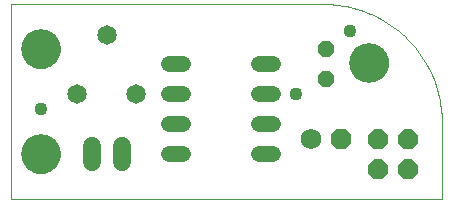
<source format=gts>
G75*
%MOIN*%
%OFA0B0*%
%FSLAX24Y24*%
%IPPOS*%
%LPD*%
%AMOC8*
5,1,8,0,0,1.08239X$1,22.5*
%
%ADD10C,0.0000*%
%ADD11C,0.1320*%
%ADD12OC8,0.0690*%
%ADD13C,0.0690*%
%ADD14OC8,0.0540*%
%ADD15C,0.0600*%
%ADD16C,0.0651*%
%ADD17OC8,0.0660*%
%ADD18C,0.0540*%
%ADD19C,0.0436*%
D10*
X000680Y000680D02*
X000680Y007176D01*
X011113Y007176D01*
X012000Y005230D02*
X012002Y005280D01*
X012008Y005330D01*
X012018Y005379D01*
X012032Y005427D01*
X012049Y005474D01*
X012070Y005519D01*
X012095Y005563D01*
X012123Y005604D01*
X012155Y005643D01*
X012189Y005680D01*
X012226Y005714D01*
X012266Y005744D01*
X012308Y005771D01*
X012352Y005795D01*
X012398Y005816D01*
X012445Y005832D01*
X012493Y005845D01*
X012543Y005854D01*
X012592Y005859D01*
X012643Y005860D01*
X012693Y005857D01*
X012742Y005850D01*
X012791Y005839D01*
X012839Y005824D01*
X012885Y005806D01*
X012930Y005784D01*
X012973Y005758D01*
X013014Y005729D01*
X013053Y005697D01*
X013089Y005662D01*
X013121Y005624D01*
X013151Y005584D01*
X013178Y005541D01*
X013201Y005497D01*
X013220Y005451D01*
X013236Y005403D01*
X013248Y005354D01*
X013256Y005305D01*
X013260Y005255D01*
X013260Y005205D01*
X013256Y005155D01*
X013248Y005106D01*
X013236Y005057D01*
X013220Y005009D01*
X013201Y004963D01*
X013178Y004919D01*
X013151Y004876D01*
X013121Y004836D01*
X013089Y004798D01*
X013053Y004763D01*
X013014Y004731D01*
X012973Y004702D01*
X012930Y004676D01*
X012885Y004654D01*
X012839Y004636D01*
X012791Y004621D01*
X012742Y004610D01*
X012693Y004603D01*
X012643Y004600D01*
X012592Y004601D01*
X012543Y004606D01*
X012493Y004615D01*
X012445Y004628D01*
X012398Y004644D01*
X012352Y004665D01*
X012308Y004689D01*
X012266Y004716D01*
X012226Y004746D01*
X012189Y004780D01*
X012155Y004817D01*
X012123Y004856D01*
X012095Y004897D01*
X012070Y004941D01*
X012049Y004986D01*
X012032Y005033D01*
X012018Y005081D01*
X012008Y005130D01*
X012002Y005180D01*
X012000Y005230D01*
X011113Y007176D02*
X011237Y007174D01*
X011360Y007168D01*
X011484Y007159D01*
X011606Y007145D01*
X011729Y007128D01*
X011851Y007106D01*
X011972Y007081D01*
X012092Y007052D01*
X012211Y007020D01*
X012330Y006983D01*
X012447Y006943D01*
X012562Y006900D01*
X012677Y006852D01*
X012789Y006801D01*
X012900Y006747D01*
X013010Y006689D01*
X013117Y006628D01*
X013223Y006563D01*
X013326Y006495D01*
X013427Y006424D01*
X013526Y006350D01*
X013623Y006273D01*
X013717Y006192D01*
X013808Y006109D01*
X013897Y006023D01*
X013983Y005934D01*
X014066Y005843D01*
X014147Y005749D01*
X014224Y005652D01*
X014298Y005553D01*
X014369Y005452D01*
X014437Y005349D01*
X014502Y005243D01*
X014563Y005136D01*
X014621Y005026D01*
X014675Y004915D01*
X014726Y004803D01*
X014774Y004688D01*
X014817Y004573D01*
X014857Y004456D01*
X014894Y004337D01*
X014926Y004218D01*
X014955Y004098D01*
X014980Y003977D01*
X015002Y003855D01*
X015019Y003732D01*
X015033Y003610D01*
X015042Y003486D01*
X015048Y003363D01*
X015050Y003239D01*
X015050Y000680D01*
X000680Y000680D01*
X001050Y002180D02*
X001052Y002230D01*
X001058Y002280D01*
X001068Y002329D01*
X001082Y002377D01*
X001099Y002424D01*
X001120Y002469D01*
X001145Y002513D01*
X001173Y002554D01*
X001205Y002593D01*
X001239Y002630D01*
X001276Y002664D01*
X001316Y002694D01*
X001358Y002721D01*
X001402Y002745D01*
X001448Y002766D01*
X001495Y002782D01*
X001543Y002795D01*
X001593Y002804D01*
X001642Y002809D01*
X001693Y002810D01*
X001743Y002807D01*
X001792Y002800D01*
X001841Y002789D01*
X001889Y002774D01*
X001935Y002756D01*
X001980Y002734D01*
X002023Y002708D01*
X002064Y002679D01*
X002103Y002647D01*
X002139Y002612D01*
X002171Y002574D01*
X002201Y002534D01*
X002228Y002491D01*
X002251Y002447D01*
X002270Y002401D01*
X002286Y002353D01*
X002298Y002304D01*
X002306Y002255D01*
X002310Y002205D01*
X002310Y002155D01*
X002306Y002105D01*
X002298Y002056D01*
X002286Y002007D01*
X002270Y001959D01*
X002251Y001913D01*
X002228Y001869D01*
X002201Y001826D01*
X002171Y001786D01*
X002139Y001748D01*
X002103Y001713D01*
X002064Y001681D01*
X002023Y001652D01*
X001980Y001626D01*
X001935Y001604D01*
X001889Y001586D01*
X001841Y001571D01*
X001792Y001560D01*
X001743Y001553D01*
X001693Y001550D01*
X001642Y001551D01*
X001593Y001556D01*
X001543Y001565D01*
X001495Y001578D01*
X001448Y001594D01*
X001402Y001615D01*
X001358Y001639D01*
X001316Y001666D01*
X001276Y001696D01*
X001239Y001730D01*
X001205Y001767D01*
X001173Y001806D01*
X001145Y001847D01*
X001120Y001891D01*
X001099Y001936D01*
X001082Y001983D01*
X001068Y002031D01*
X001058Y002080D01*
X001052Y002130D01*
X001050Y002180D01*
X001050Y005680D02*
X001052Y005730D01*
X001058Y005780D01*
X001068Y005829D01*
X001082Y005877D01*
X001099Y005924D01*
X001120Y005969D01*
X001145Y006013D01*
X001173Y006054D01*
X001205Y006093D01*
X001239Y006130D01*
X001276Y006164D01*
X001316Y006194D01*
X001358Y006221D01*
X001402Y006245D01*
X001448Y006266D01*
X001495Y006282D01*
X001543Y006295D01*
X001593Y006304D01*
X001642Y006309D01*
X001693Y006310D01*
X001743Y006307D01*
X001792Y006300D01*
X001841Y006289D01*
X001889Y006274D01*
X001935Y006256D01*
X001980Y006234D01*
X002023Y006208D01*
X002064Y006179D01*
X002103Y006147D01*
X002139Y006112D01*
X002171Y006074D01*
X002201Y006034D01*
X002228Y005991D01*
X002251Y005947D01*
X002270Y005901D01*
X002286Y005853D01*
X002298Y005804D01*
X002306Y005755D01*
X002310Y005705D01*
X002310Y005655D01*
X002306Y005605D01*
X002298Y005556D01*
X002286Y005507D01*
X002270Y005459D01*
X002251Y005413D01*
X002228Y005369D01*
X002201Y005326D01*
X002171Y005286D01*
X002139Y005248D01*
X002103Y005213D01*
X002064Y005181D01*
X002023Y005152D01*
X001980Y005126D01*
X001935Y005104D01*
X001889Y005086D01*
X001841Y005071D01*
X001792Y005060D01*
X001743Y005053D01*
X001693Y005050D01*
X001642Y005051D01*
X001593Y005056D01*
X001543Y005065D01*
X001495Y005078D01*
X001448Y005094D01*
X001402Y005115D01*
X001358Y005139D01*
X001316Y005166D01*
X001276Y005196D01*
X001239Y005230D01*
X001205Y005267D01*
X001173Y005306D01*
X001145Y005347D01*
X001120Y005391D01*
X001099Y005436D01*
X001082Y005483D01*
X001068Y005531D01*
X001058Y005580D01*
X001052Y005630D01*
X001050Y005680D01*
D11*
X001680Y005680D03*
X001680Y002180D03*
X012630Y005230D03*
D12*
X011680Y002680D03*
D13*
X010680Y002680D03*
D14*
X011180Y004680D03*
X011180Y005680D03*
D15*
X004380Y002450D02*
X004380Y001910D01*
X003380Y001910D02*
X003380Y002450D01*
D16*
X002896Y004196D03*
X004864Y004196D03*
X003880Y006164D03*
D17*
X012930Y002680D03*
X013930Y002680D03*
X013930Y001680D03*
X012930Y001680D03*
D18*
X009420Y002180D02*
X008940Y002180D01*
X008940Y003180D02*
X009420Y003180D01*
X009420Y004180D02*
X008940Y004180D01*
X008940Y005180D02*
X009420Y005180D01*
X006420Y005180D02*
X005940Y005180D01*
X005940Y004180D02*
X006420Y004180D01*
X006420Y003180D02*
X005940Y003180D01*
X005940Y002180D02*
X006420Y002180D01*
D19*
X010180Y004180D03*
X011980Y006280D03*
X001680Y003680D03*
M02*

</source>
